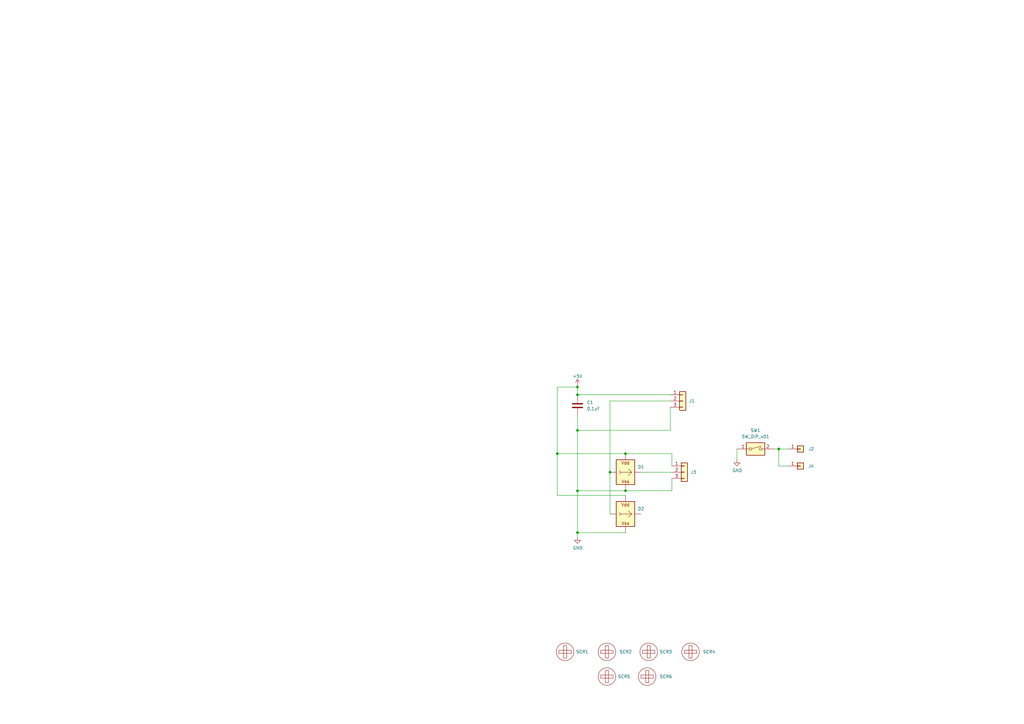
<source format=kicad_sch>
(kicad_sch (version 20230121) (generator eeschema)

  (uuid 2e3f5573-c264-4a8b-a2f0-0e6473d39aad)

  (paper "A3")

  (lib_symbols
    (symbol "Connector_Generic:Conn_01x01" (pin_names (offset 1.016) hide) (in_bom yes) (on_board yes)
      (property "Reference" "J" (at 0 2.54 0)
        (effects (font (size 1.27 1.27)))
      )
      (property "Value" "Conn_01x01" (at 0 -2.54 0)
        (effects (font (size 1.27 1.27)))
      )
      (property "Footprint" "" (at 0 0 0)
        (effects (font (size 1.27 1.27)) hide)
      )
      (property "Datasheet" "~" (at 0 0 0)
        (effects (font (size 1.27 1.27)) hide)
      )
      (property "ki_keywords" "connector" (at 0 0 0)
        (effects (font (size 1.27 1.27)) hide)
      )
      (property "ki_description" "Generic connector, single row, 01x01, script generated (kicad-library-utils/schlib/autogen/connector/)" (at 0 0 0)
        (effects (font (size 1.27 1.27)) hide)
      )
      (property "ki_fp_filters" "Connector*:*_1x??_*" (at 0 0 0)
        (effects (font (size 1.27 1.27)) hide)
      )
      (symbol "Conn_01x01_1_1"
        (rectangle (start -1.27 0.127) (end 0 -0.127)
          (stroke (width 0.1524) (type default))
          (fill (type none))
        )
        (rectangle (start -1.27 1.27) (end 1.27 -1.27)
          (stroke (width 0.254) (type default))
          (fill (type background))
        )
        (pin passive line (at -5.08 0 0) (length 3.81)
          (name "Pin_1" (effects (font (size 1.27 1.27))))
          (number "1" (effects (font (size 1.27 1.27))))
        )
      )
    )
    (symbol "Connector_Generic:Conn_01x03" (pin_names (offset 1.016) hide) (in_bom yes) (on_board yes)
      (property "Reference" "J" (at 0 5.08 0)
        (effects (font (size 1.27 1.27)))
      )
      (property "Value" "Conn_01x03" (at 0 -5.08 0)
        (effects (font (size 1.27 1.27)))
      )
      (property "Footprint" "" (at 0 0 0)
        (effects (font (size 1.27 1.27)) hide)
      )
      (property "Datasheet" "~" (at 0 0 0)
        (effects (font (size 1.27 1.27)) hide)
      )
      (property "ki_keywords" "connector" (at 0 0 0)
        (effects (font (size 1.27 1.27)) hide)
      )
      (property "ki_description" "Generic connector, single row, 01x03, script generated (kicad-library-utils/schlib/autogen/connector/)" (at 0 0 0)
        (effects (font (size 1.27 1.27)) hide)
      )
      (property "ki_fp_filters" "Connector*:*_1x??_*" (at 0 0 0)
        (effects (font (size 1.27 1.27)) hide)
      )
      (symbol "Conn_01x03_1_1"
        (rectangle (start -1.27 -2.413) (end 0 -2.667)
          (stroke (width 0.1524) (type default))
          (fill (type none))
        )
        (rectangle (start -1.27 0.127) (end 0 -0.127)
          (stroke (width 0.1524) (type default))
          (fill (type none))
        )
        (rectangle (start -1.27 2.667) (end 0 2.413)
          (stroke (width 0.1524) (type default))
          (fill (type none))
        )
        (rectangle (start -1.27 3.81) (end 1.27 -3.81)
          (stroke (width 0.254) (type default))
          (fill (type background))
        )
        (pin passive line (at -5.08 2.54 0) (length 3.81)
          (name "Pin_1" (effects (font (size 1.27 1.27))))
          (number "1" (effects (font (size 1.27 1.27))))
        )
        (pin passive line (at -5.08 0 0) (length 3.81)
          (name "Pin_2" (effects (font (size 1.27 1.27))))
          (number "2" (effects (font (size 1.27 1.27))))
        )
        (pin passive line (at -5.08 -2.54 0) (length 3.81)
          (name "Pin_3" (effects (font (size 1.27 1.27))))
          (number "3" (effects (font (size 1.27 1.27))))
        )
      )
    )
    (symbol "Device:C" (pin_numbers hide) (pin_names (offset 0.254)) (in_bom yes) (on_board yes)
      (property "Reference" "C" (at 0.635 2.54 0)
        (effects (font (size 1.27 1.27)) (justify left))
      )
      (property "Value" "C" (at 0.635 -2.54 0)
        (effects (font (size 1.27 1.27)) (justify left))
      )
      (property "Footprint" "" (at 0.9652 -3.81 0)
        (effects (font (size 1.27 1.27)) hide)
      )
      (property "Datasheet" "~" (at 0 0 0)
        (effects (font (size 1.27 1.27)) hide)
      )
      (property "ki_keywords" "cap capacitor" (at 0 0 0)
        (effects (font (size 1.27 1.27)) hide)
      )
      (property "ki_description" "Unpolarized capacitor" (at 0 0 0)
        (effects (font (size 1.27 1.27)) hide)
      )
      (property "ki_fp_filters" "C_*" (at 0 0 0)
        (effects (font (size 1.27 1.27)) hide)
      )
      (symbol "C_0_1"
        (polyline
          (pts
            (xy -2.032 -0.762)
            (xy 2.032 -0.762)
          )
          (stroke (width 0.508) (type default))
          (fill (type none))
        )
        (polyline
          (pts
            (xy -2.032 0.762)
            (xy 2.032 0.762)
          )
          (stroke (width 0.508) (type default))
          (fill (type none))
        )
      )
      (symbol "C_1_1"
        (pin passive line (at 0 3.81 270) (length 2.794)
          (name "~" (effects (font (size 1.27 1.27))))
          (number "1" (effects (font (size 1.27 1.27))))
        )
        (pin passive line (at 0 -3.81 90) (length 2.794)
          (name "~" (effects (font (size 1.27 1.27))))
          (number "2" (effects (font (size 1.27 1.27))))
        )
      )
    )
    (symbol "Switch:SW_DIP_x01" (pin_names (offset 0) hide) (in_bom yes) (on_board yes)
      (property "Reference" "SW" (at 0 3.81 0)
        (effects (font (size 1.27 1.27)))
      )
      (property "Value" "SW_DIP_x01" (at 0 -3.81 0)
        (effects (font (size 1.27 1.27)))
      )
      (property "Footprint" "" (at 0 0 0)
        (effects (font (size 1.27 1.27)) hide)
      )
      (property "Datasheet" "~" (at 0 0 0)
        (effects (font (size 1.27 1.27)) hide)
      )
      (property "ki_keywords" "dip switch" (at 0 0 0)
        (effects (font (size 1.27 1.27)) hide)
      )
      (property "ki_description" "1x DIP Switch, Single Pole Single Throw (SPST) switch, small symbol" (at 0 0 0)
        (effects (font (size 1.27 1.27)) hide)
      )
      (property "ki_fp_filters" "SW?DIP?x1*" (at 0 0 0)
        (effects (font (size 1.27 1.27)) hide)
      )
      (symbol "SW_DIP_x01_0_0"
        (circle (center -2.032 0) (radius 0.508)
          (stroke (width 0) (type default))
          (fill (type none))
        )
        (polyline
          (pts
            (xy -1.524 0.127)
            (xy 2.3622 1.1684)
          )
          (stroke (width 0) (type default))
          (fill (type none))
        )
        (circle (center 2.032 0) (radius 0.508)
          (stroke (width 0) (type default))
          (fill (type none))
        )
      )
      (symbol "SW_DIP_x01_0_1"
        (rectangle (start -3.81 2.54) (end 3.81 -2.54)
          (stroke (width 0.254) (type default))
          (fill (type background))
        )
      )
      (symbol "SW_DIP_x01_1_1"
        (pin passive line (at -7.62 0 0) (length 5.08)
          (name "~" (effects (font (size 1.27 1.27))))
          (number "1" (effects (font (size 1.27 1.27))))
        )
        (pin passive line (at 7.62 0 180) (length 5.08)
          (name "~" (effects (font (size 1.27 1.27))))
          (number "2" (effects (font (size 1.27 1.27))))
        )
      )
    )
    (symbol "iidx_teeny:ScrewHole" (pin_names (offset 0) hide) (in_bom yes) (on_board yes)
      (property "Reference" "SCR?" (at 0.635 -5.715 0)
        (effects (font (size 1.27 1.27)))
      )
      (property "Value" "ScrewHole" (at 0 5.715 0)
        (effects (font (size 1.27 1.27)) hide)
      )
      (property "Footprint" "iidx_teeny:MountingHole_3.2mm_M3" (at 0 -8.89 0)
        (effects (font (size 1.27 1.27)) hide)
      )
      (property "Datasheet" "" (at 0 0 90)
        (effects (font (size 1.27 1.27)) hide)
      )
      (property "LCSC" "" (at 0 0 0)
        (effects (font (size 1.27 1.27)) hide)
      )
      (property "ki_keywords" "dip switch" (at 0 0 0)
        (effects (font (size 1.27 1.27)) hide)
      )
      (property "ki_description" "1x DIP Switch, Single Pole Single Throw (SPST) switch, small symbol" (at 0 0 0)
        (effects (font (size 1.27 1.27)) hide)
      )
      (property "ki_fp_filters" "SW?DIP?x1*" (at 0 0 0)
        (effects (font (size 1.27 1.27)) hide)
      )
      (symbol "ScrewHole_0_1"
        (rectangle (start -2.54 0.635) (end 2.54 -0.635)
          (stroke (width 0) (type default))
          (fill (type none))
        )
        (rectangle (start -0.635 2.54) (end 0.635 -2.54)
          (stroke (width 0) (type default))
          (fill (type none))
        )
        (circle (center 0 0) (radius 3.5921)
          (stroke (width 0) (type default))
          (fill (type none))
        )
      )
    )
    (symbol "mai_button:WS2812B_Unified" (pin_numbers hide) (pin_names (offset 0.254) hide) (in_bom yes) (on_board yes)
      (property "Reference" "D10" (at 2.54 6.35 0)
        (effects (font (size 1.27 1.27)))
      )
      (property "Value" "WS2812B_Unified" (at 15.24 1.7907 0)
        (effects (font (size 1.27 1.27)) hide)
      )
      (property "Footprint" "iidx_pico:WS2812B-2835" (at 1.27 -7.62 0)
        (effects (font (size 1.27 1.27)) (justify left top) hide)
      )
      (property "Datasheet" "" (at 2.54 -9.525 0)
        (effects (font (size 1.27 1.27)) (justify left top) hide)
      )
      (property "ki_keywords" "RGB LED NeoPixel addressable" (at 0 0 0)
        (effects (font (size 1.27 1.27)) hide)
      )
      (property "ki_description" "RGB LED with integrated controller" (at 0 0 0)
        (effects (font (size 1.27 1.27)) hide)
      )
      (property "ki_fp_filters" "LED*WS2812" (at 0 0 0)
        (effects (font (size 1.27 1.27)) hide)
      )
      (symbol "WS2812B_Unified_0_0"
        (polyline
          (pts
            (xy -1.905 0)
            (xy 2.54 0)
            (xy 1.27 1.27)
          )
          (stroke (width 0) (type default))
          (fill (type none))
        )
        (text "Vdd" (at 0 3.81 0)
          (effects (font (size 1.27 1.27)))
        )
        (text "Vss" (at 0 -3.81 0)
          (effects (font (size 1.27 1.27)))
        )
      )
      (symbol "WS2812B_Unified_0_1"
        (rectangle (start -3.81 5.08) (end 3.81 -5.08)
          (stroke (width 0.254) (type default))
          (fill (type background))
        )
        (polyline
          (pts
            (xy 1.27 -1.27)
            (xy 2.54 0)
          )
          (stroke (width 0) (type default))
          (fill (type none))
        )
        (polyline
          (pts
            (xy -2.54 0.635)
            (xy -1.905 0)
            (xy -2.54 -0.635)
          )
          (stroke (width 0) (type default))
          (fill (type none))
        )
      )
      (symbol "WS2812B_Unified_1_1"
        (pin power_in line (at 0 -7.62 90) (length 2.54)
          (name "VSS" (effects (font (size 1.27 1.27))))
          (number "G" (effects (font (size 1.27 1.27))))
        )
        (pin input line (at -6.35 0 0) (length 2.54)
          (name "In" (effects (font (size 1.27 1.27))))
          (number "I" (effects (font (size 1.27 1.27))))
        )
        (pin output line (at 6.35 0 180) (length 2.54)
          (name "Out" (effects (font (size 1.27 1.27))))
          (number "O" (effects (font (size 1.27 1.27))))
        )
        (pin power_in line (at 0 7.62 270) (length 2.54)
          (name "VDD" (effects (font (size 1.27 1.27))))
          (number "V" (effects (font (size 1.27 1.27))))
        )
      )
    )
    (symbol "power:+5V" (power) (pin_names (offset 0)) (in_bom yes) (on_board yes)
      (property "Reference" "#PWR" (at 0 -3.81 0)
        (effects (font (size 1.27 1.27)) hide)
      )
      (property "Value" "+5V" (at 0 3.556 0)
        (effects (font (size 1.27 1.27)))
      )
      (property "Footprint" "" (at 0 0 0)
        (effects (font (size 1.27 1.27)) hide)
      )
      (property "Datasheet" "" (at 0 0 0)
        (effects (font (size 1.27 1.27)) hide)
      )
      (property "ki_keywords" "power-flag" (at 0 0 0)
        (effects (font (size 1.27 1.27)) hide)
      )
      (property "ki_description" "Power symbol creates a global label with name \"+5V\"" (at 0 0 0)
        (effects (font (size 1.27 1.27)) hide)
      )
      (symbol "+5V_0_1"
        (polyline
          (pts
            (xy -0.762 1.27)
            (xy 0 2.54)
          )
          (stroke (width 0) (type default))
          (fill (type none))
        )
        (polyline
          (pts
            (xy 0 0)
            (xy 0 2.54)
          )
          (stroke (width 0) (type default))
          (fill (type none))
        )
        (polyline
          (pts
            (xy 0 2.54)
            (xy 0.762 1.27)
          )
          (stroke (width 0) (type default))
          (fill (type none))
        )
      )
      (symbol "+5V_1_1"
        (pin power_in line (at 0 0 90) (length 0) hide
          (name "+5V" (effects (font (size 1.27 1.27))))
          (number "1" (effects (font (size 1.27 1.27))))
        )
      )
    )
    (symbol "power:GND" (power) (pin_names (offset 0)) (in_bom yes) (on_board yes)
      (property "Reference" "#PWR" (at 0 -6.35 0)
        (effects (font (size 1.27 1.27)) hide)
      )
      (property "Value" "GND" (at 0 -3.81 0)
        (effects (font (size 1.27 1.27)))
      )
      (property "Footprint" "" (at 0 0 0)
        (effects (font (size 1.27 1.27)) hide)
      )
      (property "Datasheet" "" (at 0 0 0)
        (effects (font (size 1.27 1.27)) hide)
      )
      (property "ki_keywords" "power-flag" (at 0 0 0)
        (effects (font (size 1.27 1.27)) hide)
      )
      (property "ki_description" "Power symbol creates a global label with name \"GND\" , ground" (at 0 0 0)
        (effects (font (size 1.27 1.27)) hide)
      )
      (symbol "GND_0_1"
        (polyline
          (pts
            (xy 0 0)
            (xy 0 -1.27)
            (xy 1.27 -1.27)
            (xy 0 -2.54)
            (xy -1.27 -1.27)
            (xy 0 -1.27)
          )
          (stroke (width 0) (type default))
          (fill (type none))
        )
      )
      (symbol "GND_1_1"
        (pin power_in line (at 0 0 270) (length 0) hide
          (name "GND" (effects (font (size 1.27 1.27))))
          (number "1" (effects (font (size 1.27 1.27))))
        )
      )
    )
  )

  (junction (at 236.855 158.75) (diameter 0) (color 0 0 0 0)
    (uuid 196ed7a8-786e-43f8-972b-673d65a3f97f)
  )
  (junction (at 228.6 186.055) (diameter 0) (color 0 0 0 0)
    (uuid 2fe7fcc0-35c7-4650-b5f8-00bed855230b)
  )
  (junction (at 319.405 184.15) (diameter 0) (color 0 0 0 0)
    (uuid 38ef65bd-dbd7-411d-8ca9-e811a8ad7bff)
  )
  (junction (at 256.54 186.055) (diameter 0) (color 0 0 0 0)
    (uuid 3e97e68d-a6f1-4a2a-837f-5d9a58986f52)
  )
  (junction (at 236.855 161.925) (diameter 0) (color 0 0 0 0)
    (uuid 505ea089-53ea-4867-b11b-49021f843ddb)
  )
  (junction (at 256.54 201.295) (diameter 0) (color 0 0 0 0)
    (uuid bc7c5f4e-7c6d-4349-b32e-0c4071f4a732)
  )
  (junction (at 236.855 218.44) (diameter 0) (color 0 0 0 0)
    (uuid d2da1be4-5962-4c10-9618-aba8adce25ab)
  )
  (junction (at 236.855 201.295) (diameter 0) (color 0 0 0 0)
    (uuid e1e5777c-b7d5-4849-b30f-ffd7482c1cb2)
  )
  (junction (at 250.19 193.675) (diameter 0) (color 0 0 0 0)
    (uuid e7a8dc81-bcfc-4a5f-be59-92742ac076e7)
  )
  (junction (at 236.855 176.53) (diameter 0) (color 0 0 0 0)
    (uuid f022308a-6f75-4daa-a4dc-3f93905ed0a8)
  )

  (wire (pts (xy 228.6 203.2) (xy 228.6 186.055))
    (stroke (width 0) (type default))
    (uuid 006fc8c6-afed-4f73-9857-75f3f110c444)
  )
  (wire (pts (xy 323.215 184.15) (xy 319.405 184.15))
    (stroke (width 0) (type default))
    (uuid 0646281c-5375-4e0d-8fc1-5370e6faa16a)
  )
  (wire (pts (xy 302.26 184.15) (xy 302.26 188.595))
    (stroke (width 0) (type default))
    (uuid 0c076709-f494-45db-b0bd-40a793476933)
  )
  (wire (pts (xy 256.54 186.055) (xy 228.6 186.055))
    (stroke (width 0) (type default))
    (uuid 263f9b6a-856a-4583-bf60-e22086bfcba8)
  )
  (wire (pts (xy 236.855 201.295) (xy 236.855 176.53))
    (stroke (width 0) (type default))
    (uuid 2a3ab2ad-a2d8-4c9a-9ce5-3f696695117d)
  )
  (wire (pts (xy 256.54 203.2) (xy 228.6 203.2))
    (stroke (width 0) (type default))
    (uuid 310b808c-8943-4566-a0ff-e236912ae879)
  )
  (wire (pts (xy 236.855 176.53) (xy 236.855 170.18))
    (stroke (width 0) (type default))
    (uuid 3260d418-10f1-4f61-b4db-86a5224aeb54)
  )
  (wire (pts (xy 236.855 201.295) (xy 256.54 201.295))
    (stroke (width 0) (type default))
    (uuid 34c56cf1-9723-4202-b6d4-9fc5e7f15142)
  )
  (wire (pts (xy 228.6 186.055) (xy 228.6 158.75))
    (stroke (width 0) (type default))
    (uuid 3d62ef2c-d864-428d-b0b3-d60a564039dc)
  )
  (wire (pts (xy 250.19 164.465) (xy 250.19 193.675))
    (stroke (width 0) (type default))
    (uuid 3e39960f-ea1a-4fb0-9517-54c742206ed2)
  )
  (wire (pts (xy 274.955 167.005) (xy 274.955 176.53))
    (stroke (width 0) (type default))
    (uuid 47ee7db6-f997-48c8-81da-b2364b805f78)
  )
  (wire (pts (xy 236.855 161.925) (xy 274.955 161.925))
    (stroke (width 0) (type default))
    (uuid 494f00d2-e731-4856-b93f-497de5d0fac5)
  )
  (wire (pts (xy 236.855 220.345) (xy 236.855 218.44))
    (stroke (width 0) (type default))
    (uuid 49770b15-d78d-408b-982a-ee2f4830e7fe)
  )
  (wire (pts (xy 274.955 164.465) (xy 250.19 164.465))
    (stroke (width 0) (type default))
    (uuid 53964c65-7e18-4ea1-906d-50b01d745802)
  )
  (wire (pts (xy 319.405 191.135) (xy 323.215 191.135))
    (stroke (width 0) (type default))
    (uuid 6042ffd7-c402-4f24-b941-f3f032417f9b)
  )
  (wire (pts (xy 236.855 158.115) (xy 236.855 158.75))
    (stroke (width 0) (type default))
    (uuid 663aa67b-fef8-4233-b142-ccb9734dac4c)
  )
  (wire (pts (xy 275.59 201.295) (xy 256.54 201.295))
    (stroke (width 0) (type default))
    (uuid 7f8a966c-fbf1-42e0-8869-a6778b68a3d1)
  )
  (wire (pts (xy 250.19 193.675) (xy 250.19 210.82))
    (stroke (width 0) (type default))
    (uuid 92935e9b-61ef-4d57-b116-52c980087fd2)
  )
  (wire (pts (xy 319.405 184.15) (xy 317.5 184.15))
    (stroke (width 0) (type default))
    (uuid 94b74cfc-6e5c-482b-915a-608c4a22dcca)
  )
  (wire (pts (xy 275.59 186.055) (xy 275.59 191.135))
    (stroke (width 0) (type default))
    (uuid b833b06a-cbc2-49b7-84e5-abc3ae5b74bf)
  )
  (wire (pts (xy 228.6 158.75) (xy 236.855 158.75))
    (stroke (width 0) (type default))
    (uuid bb527d76-de1b-4a00-949a-85f16c7032de)
  )
  (wire (pts (xy 236.855 158.75) (xy 236.855 161.925))
    (stroke (width 0) (type default))
    (uuid c6e1d408-805c-42f2-9ced-b9e41db28f36)
  )
  (wire (pts (xy 236.855 218.44) (xy 236.855 201.295))
    (stroke (width 0) (type default))
    (uuid cdb9bba7-7a30-401f-8327-0d9684fbe813)
  )
  (wire (pts (xy 236.855 161.925) (xy 236.855 162.56))
    (stroke (width 0) (type default))
    (uuid d04072a2-6967-4319-937e-e712d65e88b7)
  )
  (wire (pts (xy 236.855 218.44) (xy 256.54 218.44))
    (stroke (width 0) (type default))
    (uuid d100f2b3-21c6-4ab4-aa2d-d55b6056145d)
  )
  (wire (pts (xy 275.59 196.215) (xy 275.59 201.295))
    (stroke (width 0) (type default))
    (uuid eb9e3f51-0ffd-41d4-87f9-93c89e60801f)
  )
  (wire (pts (xy 274.955 176.53) (xy 236.855 176.53))
    (stroke (width 0) (type default))
    (uuid ec596dc0-6c37-4829-b5ca-efe5758df588)
  )
  (wire (pts (xy 319.405 184.15) (xy 319.405 191.135))
    (stroke (width 0) (type default))
    (uuid ee8392d4-a0be-4209-9448-1d68671fe227)
  )
  (wire (pts (xy 256.54 186.055) (xy 275.59 186.055))
    (stroke (width 0) (type default))
    (uuid efb3c0fb-e9e8-4713-93dc-54deb83908d1)
  )
  (wire (pts (xy 262.89 193.675) (xy 275.59 193.675))
    (stroke (width 0) (type default))
    (uuid ff6f3bbb-aff7-48af-a00d-9d0b836a81d2)
  )

  (symbol (lib_id "iidx_teeny:ScrewHole") (at 248.92 277.495 0) (unit 1)
    (in_bom yes) (on_board yes) (dnp no) (fields_autoplaced)
    (uuid 03b5bc92-db3a-48f1-9924-3b83e7f7b14c)
    (property "Reference" "SCR5" (at 253.365 277.4949 0)
      (effects (font (size 1.27 1.27)) (justify left))
    )
    (property "Value" "ScrewHole" (at 248.92 271.78 0)
      (effects (font (size 1.27 1.27)) hide)
    )
    (property "Footprint" "mai_button:Hole4.0" (at 248.92 286.385 0)
      (effects (font (size 1.27 1.27)) hide)
    )
    (property "Datasheet" "" (at 248.92 277.495 90)
      (effects (font (size 1.27 1.27)) hide)
    )
    (property "LCSC" "" (at 248.92 277.495 0)
      (effects (font (size 1.27 1.27)) hide)
    )
    (instances
      (project "mai_button"
        (path "/2e3f5573-c264-4a8b-a2f0-0e6473d39aad"
          (reference "SCR5") (unit 1)
        )
      )
    )
  )

  (symbol (lib_id "mai_button:WS2812B_Unified") (at 256.54 210.82 0) (unit 1)
    (in_bom yes) (on_board yes) (dnp no) (fields_autoplaced)
    (uuid 0e6d8538-d46d-4828-aeed-a630017da2fd)
    (property "Reference" "D2" (at 262.89 208.661 0)
      (effects (font (size 1.27 1.27)))
    )
    (property "Value" "WS2812B_Unified" (at 271.78 209.0293 0)
      (effects (font (size 1.27 1.27)) hide)
    )
    (property "Footprint" "mai_button:WS2812B-2835" (at 257.81 218.44 0)
      (effects (font (size 1.27 1.27)) (justify left top) hide)
    )
    (property "Datasheet" "" (at 259.08 220.345 0)
      (effects (font (size 1.27 1.27)) (justify left top) hide)
    )
    (pin "G" (uuid 6c16012f-813a-4efa-9cb4-ea0a72bd07d4))
    (pin "I" (uuid 4dc59fea-f934-4ac6-bc50-f12d77c69fcb))
    (pin "O" (uuid 37ad72ba-ae1f-4234-8f36-627d205c9d15))
    (pin "V" (uuid bd29acc1-7345-46b7-bbac-0bd216b00afe))
    (instances
      (project "mai_button"
        (path "/2e3f5573-c264-4a8b-a2f0-0e6473d39aad"
          (reference "D2") (unit 1)
        )
      )
    )
  )

  (symbol (lib_id "mai_button:WS2812B_Unified") (at 256.54 193.675 0) (unit 1)
    (in_bom yes) (on_board yes) (dnp no) (fields_autoplaced)
    (uuid 17c70290-0ec8-42d2-a033-635514b91e11)
    (property "Reference" "D1" (at 262.89 191.516 0)
      (effects (font (size 1.27 1.27)))
    )
    (property "Value" "WS2812B_Unified" (at 271.78 191.8843 0)
      (effects (font (size 1.27 1.27)) hide)
    )
    (property "Footprint" "mai_button:WS2812B-2835" (at 257.81 201.295 0)
      (effects (font (size 1.27 1.27)) (justify left top) hide)
    )
    (property "Datasheet" "" (at 259.08 203.2 0)
      (effects (font (size 1.27 1.27)) (justify left top) hide)
    )
    (pin "G" (uuid 8d1b1641-c396-4a27-9a0c-d0e31c65b816))
    (pin "I" (uuid 12611d86-cf31-484f-8cb7-e32ccc255a9a))
    (pin "O" (uuid 73ed457d-ad26-4110-b027-5bca7d979bef))
    (pin "V" (uuid 8eba5aa6-edce-4d6d-93ef-529684d94dc8))
    (instances
      (project "mai_button"
        (path "/2e3f5573-c264-4a8b-a2f0-0e6473d39aad"
          (reference "D1") (unit 1)
        )
      )
    )
  )

  (symbol (lib_id "power:GND") (at 302.26 188.595 0) (unit 1)
    (in_bom yes) (on_board yes) (dnp no)
    (uuid 18e2962f-6f4f-4134-b0af-beb29012c272)
    (property "Reference" "#PWR01" (at 302.26 194.945 0)
      (effects (font (size 1.27 1.27)) hide)
    )
    (property "Value" "GND" (at 302.387 192.9892 0)
      (effects (font (size 1.27 1.27)))
    )
    (property "Footprint" "" (at 302.26 188.595 0)
      (effects (font (size 1.27 1.27)) hide)
    )
    (property "Datasheet" "" (at 302.26 188.595 0)
      (effects (font (size 1.27 1.27)) hide)
    )
    (pin "1" (uuid fbc0617f-e362-4a04-b6f8-ee05aba3cffc))
    (instances
      (project "mai_button"
        (path "/2e3f5573-c264-4a8b-a2f0-0e6473d39aad"
          (reference "#PWR01") (unit 1)
        )
      )
    )
  )

  (symbol (lib_id "iidx_teeny:ScrewHole") (at 248.92 267.335 0) (unit 1)
    (in_bom yes) (on_board yes) (dnp no) (fields_autoplaced)
    (uuid 440c0209-fb75-49d8-ae4f-2bc86d81222c)
    (property "Reference" "SCR2" (at 254 267.3349 0)
      (effects (font (size 1.27 1.27)) (justify left))
    )
    (property "Value" "ScrewHole" (at 248.92 261.62 0)
      (effects (font (size 1.27 1.27)) hide)
    )
    (property "Footprint" "mai_button:Hole2.5" (at 248.92 276.225 0)
      (effects (font (size 1.27 1.27)) hide)
    )
    (property "Datasheet" "" (at 248.92 267.335 90)
      (effects (font (size 1.27 1.27)) hide)
    )
    (property "LCSC" "" (at 248.92 267.335 0)
      (effects (font (size 1.27 1.27)) hide)
    )
    (instances
      (project "mai_button"
        (path "/2e3f5573-c264-4a8b-a2f0-0e6473d39aad"
          (reference "SCR2") (unit 1)
        )
      )
    )
  )

  (symbol (lib_id "Switch:SW_DIP_x01") (at 309.88 184.15 0) (unit 1)
    (in_bom yes) (on_board yes) (dnp no) (fields_autoplaced)
    (uuid 4cbc50b5-5668-4e9c-955a-9e8583be0dfc)
    (property "Reference" "SW1" (at 309.88 176.53 0)
      (effects (font (size 1.27 1.27)))
    )
    (property "Value" "SW_DIP_x01" (at 309.88 179.07 0)
      (effects (font (size 1.27 1.27)))
    )
    (property "Footprint" "mai_button:SW_Kailh_Choc_V1V2_1.00u_LED" (at 309.88 184.15 0)
      (effects (font (size 1.27 1.27)) hide)
    )
    (property "Datasheet" "~" (at 309.88 184.15 0)
      (effects (font (size 1.27 1.27)) hide)
    )
    (pin "1" (uuid 38dd1763-4cbe-4802-9484-d33eb5869b4c))
    (pin "2" (uuid d95859e2-43e1-4108-8581-003a4d43a979))
    (instances
      (project "mai_button"
        (path "/2e3f5573-c264-4a8b-a2f0-0e6473d39aad"
          (reference "SW1") (unit 1)
        )
      )
    )
  )

  (symbol (lib_id "iidx_teeny:ScrewHole") (at 265.43 277.495 0) (unit 1)
    (in_bom yes) (on_board yes) (dnp no) (fields_autoplaced)
    (uuid 6e8f6544-0db2-456c-9717-4628af749b98)
    (property "Reference" "SCR6" (at 270.51 277.4949 0)
      (effects (font (size 1.27 1.27)) (justify left))
    )
    (property "Value" "ScrewHole" (at 265.43 271.78 0)
      (effects (font (size 1.27 1.27)) hide)
    )
    (property "Footprint" "mai_button:Hole4.0" (at 265.43 286.385 0)
      (effects (font (size 1.27 1.27)) hide)
    )
    (property "Datasheet" "" (at 265.43 277.495 90)
      (effects (font (size 1.27 1.27)) hide)
    )
    (property "LCSC" "" (at 265.43 277.495 0)
      (effects (font (size 1.27 1.27)) hide)
    )
    (instances
      (project "mai_button"
        (path "/2e3f5573-c264-4a8b-a2f0-0e6473d39aad"
          (reference "SCR6") (unit 1)
        )
      )
    )
  )

  (symbol (lib_id "Connector_Generic:Conn_01x03") (at 280.67 193.675 0) (unit 1)
    (in_bom yes) (on_board yes) (dnp no)
    (uuid 753c293a-6e68-4844-bcfe-678d9a9e67c9)
    (property "Reference" "J3" (at 283.21 193.675 0)
      (effects (font (size 1.27 1.27)) (justify left))
    )
    (property "Value" "RGB Out" (at 283.845 194.9449 0)
      (effects (font (size 1.27 1.27)) (justify left) hide)
    )
    (property "Footprint" "mai_button:Solder_3P" (at 280.67 193.675 0)
      (effects (font (size 1.27 1.27)) hide)
    )
    (property "Datasheet" "~" (at 280.67 193.675 0)
      (effects (font (size 1.27 1.27)) hide)
    )
    (pin "1" (uuid 869fe557-9c1a-499b-a29d-bb0dc100deb6))
    (pin "2" (uuid 7bcb8c86-623e-495c-88c1-6b7c791deb96))
    (pin "3" (uuid d8ae21ca-c4e3-4e24-89d2-c1261691eb0a))
    (instances
      (project "mai_button"
        (path "/2e3f5573-c264-4a8b-a2f0-0e6473d39aad"
          (reference "J3") (unit 1)
        )
      )
    )
  )

  (symbol (lib_id "Connector_Generic:Conn_01x01") (at 328.295 184.15 0) (unit 1)
    (in_bom yes) (on_board yes) (dnp no) (fields_autoplaced)
    (uuid 7aba6fb0-4d7c-44c5-aa97-33f1f92a8562)
    (property "Reference" "J2" (at 331.47 184.15 0)
      (effects (font (size 1.27 1.27)) (justify left))
    )
    (property "Value" "Btn" (at 331.47 185.42 0)
      (effects (font (size 1.27 1.27)) (justify left) hide)
    )
    (property "Footprint" "mai_button:Solder_1P" (at 328.295 184.15 0)
      (effects (font (size 1.27 1.27)) hide)
    )
    (property "Datasheet" "~" (at 328.295 184.15 0)
      (effects (font (size 1.27 1.27)) hide)
    )
    (pin "1" (uuid 2e918517-707d-4fbb-bc39-60a469b4f645))
    (instances
      (project "mai_button"
        (path "/2e3f5573-c264-4a8b-a2f0-0e6473d39aad"
          (reference "J2") (unit 1)
        )
      )
    )
  )

  (symbol (lib_id "Connector_Generic:Conn_01x03") (at 280.035 164.465 0) (unit 1)
    (in_bom yes) (on_board yes) (dnp no)
    (uuid 8cfcc26b-eba9-403d-8bbc-03fed168d0f8)
    (property "Reference" "J1" (at 282.575 164.465 0)
      (effects (font (size 1.27 1.27)) (justify left))
    )
    (property "Value" "RGB In" (at 283.21 165.7349 0)
      (effects (font (size 1.27 1.27)) (justify left) hide)
    )
    (property "Footprint" "mai_button:Solder_3P" (at 280.035 164.465 0)
      (effects (font (size 1.27 1.27)) hide)
    )
    (property "Datasheet" "~" (at 280.035 164.465 0)
      (effects (font (size 1.27 1.27)) hide)
    )
    (pin "1" (uuid 4652cee0-c8d1-48f0-adc0-0722ce2a8377))
    (pin "2" (uuid a5f1aade-2c5c-4d55-b701-47d481ef90a5))
    (pin "3" (uuid 93346898-1b7d-4228-bb98-2f02a801bcb6))
    (instances
      (project "mai_button"
        (path "/2e3f5573-c264-4a8b-a2f0-0e6473d39aad"
          (reference "J1") (unit 1)
        )
      )
    )
  )

  (symbol (lib_id "Connector_Generic:Conn_01x01") (at 328.295 191.135 0) (unit 1)
    (in_bom yes) (on_board yes) (dnp no) (fields_autoplaced)
    (uuid 933ee3c6-f136-475e-b9f4-882726c8b4c6)
    (property "Reference" "J4" (at 331.47 191.135 0)
      (effects (font (size 1.27 1.27)) (justify left))
    )
    (property "Value" "Btn" (at 331.47 192.405 0)
      (effects (font (size 1.27 1.27)) (justify left) hide)
    )
    (property "Footprint" "mai_button:Solder_1P" (at 328.295 191.135 0)
      (effects (font (size 1.27 1.27)) hide)
    )
    (property "Datasheet" "~" (at 328.295 191.135 0)
      (effects (font (size 1.27 1.27)) hide)
    )
    (pin "1" (uuid bbfa18cd-a641-4b0b-85ac-6a2e55f74c49))
    (instances
      (project "mai_button"
        (path "/2e3f5573-c264-4a8b-a2f0-0e6473d39aad"
          (reference "J4") (unit 1)
        )
      )
    )
  )

  (symbol (lib_id "Device:C") (at 236.855 166.37 0) (unit 1)
    (in_bom yes) (on_board yes) (dnp no) (fields_autoplaced)
    (uuid 9494815a-0a19-4608-bd5d-ef347ed4e840)
    (property "Reference" "C1" (at 240.665 165.0999 0)
      (effects (font (size 1.27 1.27)) (justify left))
    )
    (property "Value" "0.1uF" (at 240.665 167.6399 0)
      (effects (font (size 1.27 1.27)) (justify left))
    )
    (property "Footprint" "Capacitor_SMD:C_0603_1608Metric_Pad1.08x0.95mm_HandSolder" (at 237.8202 170.18 0)
      (effects (font (size 1.27 1.27)) hide)
    )
    (property "Datasheet" "~" (at 236.855 166.37 0)
      (effects (font (size 1.27 1.27)) hide)
    )
    (pin "1" (uuid cbef5bab-abef-4958-b508-840ac5de89e4))
    (pin "2" (uuid dce4e4dd-2f73-4f85-84ff-83e35d3b04ec))
    (instances
      (project "mai_button"
        (path "/2e3f5573-c264-4a8b-a2f0-0e6473d39aad"
          (reference "C1") (unit 1)
        )
      )
    )
  )

  (symbol (lib_id "power:+5V") (at 236.855 158.115 0) (unit 1)
    (in_bom yes) (on_board yes) (dnp no)
    (uuid 999896e1-83e7-4ee0-be96-bf9ba93d30cc)
    (property "Reference" "#PWR0107" (at 236.855 161.925 0)
      (effects (font (size 1.27 1.27)) hide)
    )
    (property "Value" "+5V" (at 236.855 154.305 0)
      (effects (font (size 1.27 1.27)))
    )
    (property "Footprint" "" (at 236.855 158.115 0)
      (effects (font (size 1.27 1.27)) hide)
    )
    (property "Datasheet" "" (at 236.855 158.115 0)
      (effects (font (size 1.27 1.27)) hide)
    )
    (pin "1" (uuid 0ddc90b4-44e8-4e7b-9f97-d96850dcf4fd))
    (instances
      (project "mai_button"
        (path "/2e3f5573-c264-4a8b-a2f0-0e6473d39aad"
          (reference "#PWR0107") (unit 1)
        )
      )
    )
  )

  (symbol (lib_id "power:GND") (at 236.855 220.345 0) (unit 1)
    (in_bom yes) (on_board yes) (dnp no)
    (uuid b30b7f3e-707a-420f-83b8-07f9d0fb1e4e)
    (property "Reference" "#PWR0106" (at 236.855 226.695 0)
      (effects (font (size 1.27 1.27)) hide)
    )
    (property "Value" "GND" (at 236.982 224.7392 0)
      (effects (font (size 1.27 1.27)))
    )
    (property "Footprint" "" (at 236.855 220.345 0)
      (effects (font (size 1.27 1.27)) hide)
    )
    (property "Datasheet" "" (at 236.855 220.345 0)
      (effects (font (size 1.27 1.27)) hide)
    )
    (pin "1" (uuid 7e3b2e1d-73bc-48f7-9fc0-bbbf5890924a))
    (instances
      (project "mai_button"
        (path "/2e3f5573-c264-4a8b-a2f0-0e6473d39aad"
          (reference "#PWR0106") (unit 1)
        )
      )
    )
  )

  (symbol (lib_id "iidx_teeny:ScrewHole") (at 283.21 267.335 0) (unit 1)
    (in_bom yes) (on_board yes) (dnp no) (fields_autoplaced)
    (uuid be69416d-4475-4187-8758-d596a21bf498)
    (property "Reference" "SCR4" (at 288.29 267.3349 0)
      (effects (font (size 1.27 1.27)) (justify left))
    )
    (property "Value" "ScrewHole" (at 283.21 261.62 0)
      (effects (font (size 1.27 1.27)) hide)
    )
    (property "Footprint" "mai_button:Hole2.5" (at 283.21 276.225 0)
      (effects (font (size 1.27 1.27)) hide)
    )
    (property "Datasheet" "" (at 283.21 267.335 90)
      (effects (font (size 1.27 1.27)) hide)
    )
    (property "LCSC" "" (at 283.21 267.335 0)
      (effects (font (size 1.27 1.27)) hide)
    )
    (instances
      (project "mai_button"
        (path "/2e3f5573-c264-4a8b-a2f0-0e6473d39aad"
          (reference "SCR4") (unit 1)
        )
      )
    )
  )

  (symbol (lib_id "iidx_teeny:ScrewHole") (at 231.775 267.335 0) (unit 1)
    (in_bom yes) (on_board yes) (dnp no) (fields_autoplaced)
    (uuid c671cebb-b0b7-4cd9-ab1f-24d1ee463a66)
    (property "Reference" "SCR1" (at 236.22 267.3349 0)
      (effects (font (size 1.27 1.27)) (justify left))
    )
    (property "Value" "ScrewHole" (at 231.775 261.62 0)
      (effects (font (size 1.27 1.27)) hide)
    )
    (property "Footprint" "mai_button:Hole2.5" (at 231.775 276.225 0)
      (effects (font (size 1.27 1.27)) hide)
    )
    (property "Datasheet" "" (at 231.775 267.335 90)
      (effects (font (size 1.27 1.27)) hide)
    )
    (property "LCSC" "" (at 231.775 267.335 0)
      (effects (font (size 1.27 1.27)) hide)
    )
    (instances
      (project "mai_button"
        (path "/2e3f5573-c264-4a8b-a2f0-0e6473d39aad"
          (reference "SCR1") (unit 1)
        )
      )
    )
  )

  (symbol (lib_id "iidx_teeny:ScrewHole") (at 266.065 267.335 0) (unit 1)
    (in_bom yes) (on_board yes) (dnp no) (fields_autoplaced)
    (uuid d934b3db-dc78-4547-832f-c9fe3563abff)
    (property "Reference" "SCR3" (at 270.51 267.3349 0)
      (effects (font (size 1.27 1.27)) (justify left))
    )
    (property "Value" "ScrewHole" (at 266.065 261.62 0)
      (effects (font (size 1.27 1.27)) hide)
    )
    (property "Footprint" "mai_button:Hole2.5" (at 266.065 276.225 0)
      (effects (font (size 1.27 1.27)) hide)
    )
    (property "Datasheet" "" (at 266.065 267.335 90)
      (effects (font (size 1.27 1.27)) hide)
    )
    (property "LCSC" "" (at 266.065 267.335 0)
      (effects (font (size 1.27 1.27)) hide)
    )
    (instances
      (project "mai_button"
        (path "/2e3f5573-c264-4a8b-a2f0-0e6473d39aad"
          (reference "SCR3") (unit 1)
        )
      )
    )
  )

  (sheet_instances
    (path "/" (page "1"))
  )
)

</source>
